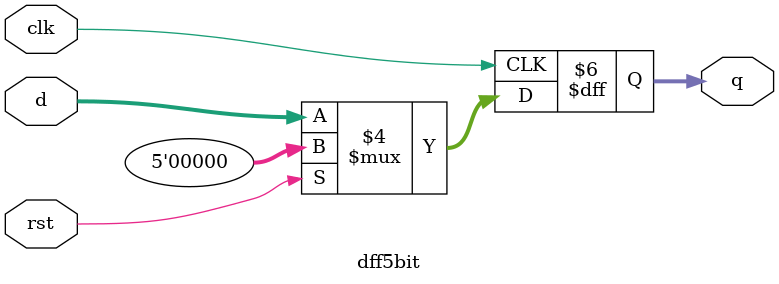
<source format=v>
`timescale 1ns / 1ps

module dff5bit (clk,rst,d,q);
  input clk;
  input rst;
  input[4:0] d;
  output reg[4:0] q;

  always @(posedge clk)
		begin
		  if(rst==1) 
			begin
				q<=0;
			end
		  else 
			begin 
				q<=d;
			end
		end

endmodule

</source>
